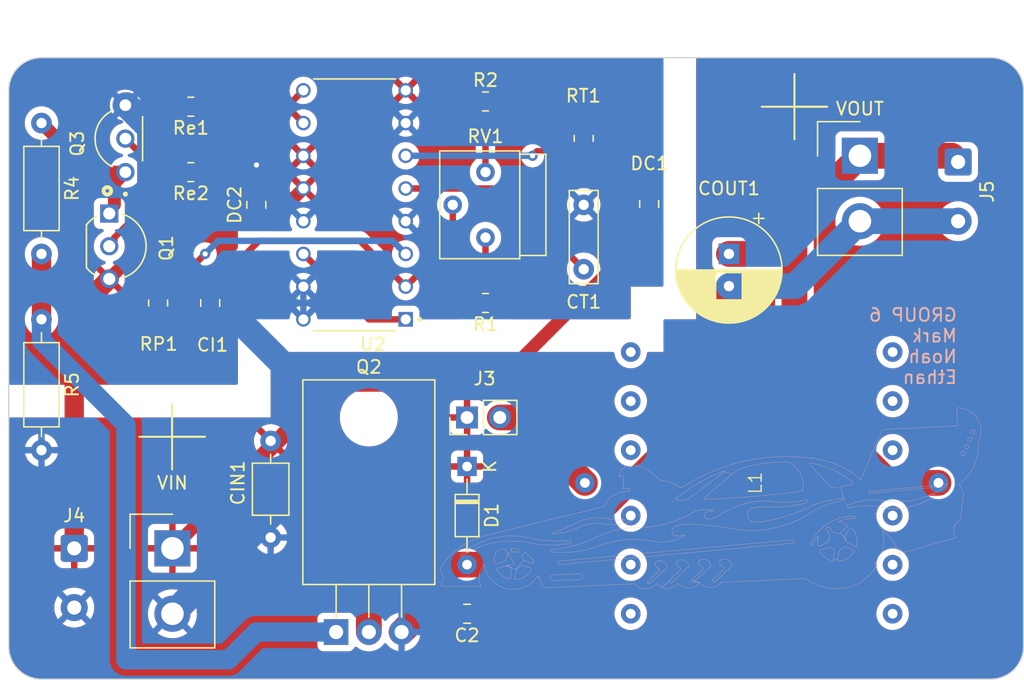
<source format=kicad_pcb>
(kicad_pcb (version 20240108) (generator "pcbnew") (generator_version "8.0")
  (layers (0 "F.Cu" signal) (31 "B.Cu" signal) (34 "B.Paste" user) (35 "F.Paste" user) (36 "B.SilkS" user "B.Silkscreen") (37 "F.SilkS" user "F.Silkscreen") (38 "B.Mask" user) (39 "F.Mask" user) (44 "Edge.Cuts" user))
  (net 0 "")
  (net 1 "Vfb")
  (net 2 "GND")
  (net 3 "Vin-")
  (net 4 "PWM")
  (net 5 "Net-(J2-Pin_1)")
  (net 6 "Net-(U2-CT)")
  (net 7 "Vsolar")
  (net 8 "Net-(D1-A)")
  (net 9 "Net-(U2-RT)")
  (net 10 "Vref")
  (net 11 "Net-(Q1-Pad1)")
  (net 12 "Net-(Q1-Pad2)")
  (net 13 "switching")
  (net 14 "Net-(J3-Pin_2)")
  (net 15 "Net-(C(Icontrol)1-Pad2)")
  (net 16 "Net-(R1-Pad2)")
  (net 17 "Net-(R2-Pad1)")
  (footprint "Snapeda:TL494CN_DIP794W45P254L1969H508Q16" (layer "F.Cu") (at 115.73 46.99 180)
    (property "Reference" "U2")
    (property "Value" "TL494CN")
  )
  (footprint "Resistor_SMD:R_0805_2012Metric_Pad1.20x1.40mm_HandSolder" (layer "F.Cu") (at 125.89 54.61 180)
    (property "Reference" "R1")
    (property "Value" "R")
  )
  (footprint "Connector_Samtec_HPM_THT:Samtec_HPM-02-01-x-S_Straight_1x02_Pitch5.08mm" (layer "F.Cu") (at 154.94 43.18)
    (property "Reference" "VOUT")
    (property "Value" "Motor")
  )
  (footprint "Resistor_SMD:R_0805_2012Metric_Pad1.20x1.40mm_HandSolder" (layer "F.Cu") (at 103.03 39.37 180)
    (property "Reference" "Re1")
    (property "Value" "2.2k")
  )
  (footprint "Capacitor_SMD:C_0805_2012Metric_Pad1.18x1.45mm_HandSolder" (layer "F.Cu") (at 124.46 78.74 180)
    (property "Reference" "C2")
    (property "Value" "C")
  )
  (footprint "Resistor_SMD:R_0805_2012Metric_Pad1.20x1.40mm_HandSolder" (layer "F.Cu") (at 100.49 54.61 90)
    (property "Reference" "RP1")
    (property "Value" "R")
  )
  (footprint "Capacitor_SMD:C_0805_2012Metric_Pad1.18x1.45mm_HandSolder" (layer "F.Cu") (at 138.59 46.91 90)
    (property "Reference" "DC1")
    (property "Value" "100nf")
  )
  (footprint "Snapeda:2N3904TF_TO92254P520H877-3" (layer "F.Cu") (at 97.550932 50.203968 -90)
    (property "Reference" "Q1")
    (property "Value" "2N3904TF")
  )
  (footprint "Snapeda:Inductor holder~rm8" (layer "F.Cu") (at 147.32 68.58 90)
    (property "Reference" "L1")
    (property "Value" "L")
  )
  (footprint "Snapeda:2N3906G_TO92260P482H933-3" (layer "F.Cu") (at 97.95 41.85 90)
    (property "Reference" "Q3")
    (property "Value" "2N3906G")
  )
  (footprint "Resistor_SMD:R_0805_2012Metric_Pad1.20x1.40mm_HandSolder" (layer "F.Cu") (at 103.03 44.45 180)
    (property "Reference" "Re2")
    (property "Value" "2.2k")
  )
  (footprint "Resistor_SMD:R_0805_2012Metric_Pad1.20x1.40mm_HandSolder" (layer "F.Cu") (at 133.51 41.83 90)
    (property "Reference" "RT1")
    (property "Value" "2.2k")
  )
  (footprint "Diode_THT:D_DO-34_SOD68_P7.62mm_Horizontal" (layer "F.Cu") (at 124.46 67.305 -90)
    (property "Reference" "D1")
    (property "Value" "D_Shockley")
  )
  (footprint "Capacitor_THT:C_Rect_L7.0mm_W2.0mm_P5.00mm" (layer "F.Cu") (at 133.51 51.99 90)
    (property "Reference" "CT1")
    (property "Value" "10nf")
  )
  (footprint "Connector_Wire:SolderWire-0.5sqmm_1x02_P4.6mm_D0.9mm_OD2.1mm" (layer "F.Cu") (at 162.56 43.66 -90)
    (property "Reference" "J5")
    (property "Value" "Motor")
  )
  (footprint "Capacitor_THT:C_Axial_L3.8mm_D2.6mm_P7.50mm_Horizontal" (layer "F.Cu") (at 109.22 65.32 -90)
    (property "Reference" "CIN1")
    (property "Value" "C")
  )
  (footprint "Package_TO_SOT_THT:TO-220-3_Horizontal_TabDown" (layer "F.Cu") (at 114.3 80.16)
    (property "Reference" "Q2")
    (property "Value" "IPP060N06N")
  )
  (footprint "Capacitor_SMD:C_0805_2012Metric_Pad1.18x1.45mm_HandSolder" (layer "F.Cu") (at 108.11 46.99 90)
    (property "Reference" "DC2")
    (property "Value" "100nf")
  )
  (footprint "Connector_Wire:SolderWire-0.5sqmm_1x02_P4.6mm_D0.9mm_OD2.1mm" (layer "F.Cu") (at 93.98 73.66 -90)
    (property "Reference" "J4")
    (property "Value" "Solar")
  )
  (footprint "Resistor_THT:R_Axial_DIN0207_L6.3mm_D2.5mm_P10.16mm_Horizontal" (layer "F.Cu") (at 91.44 40.64 -90)
    (property "Reference" "R4")
    (property "Value" "10")
  )
  (footprint "Capacitor_SMD:C_0805_2012Metric_Pad1.18x1.45mm_HandSolder" (layer "F.Cu") (at 104.5325 54.61 -90)
    (property "Reference" "CI1")
    (property "Value" "20e-6")
  )
  (footprint "Resistor_SMD:R_0805_2012Metric_Pad1.20x1.40mm_HandSolder" (layer "F.Cu") (at 125.89 38.96)
    (property "Reference" "R2")
    (property "Value" "R")
  )
  (footprint "Capacitor_THT:CP_Radial_D8.0mm_P2.50mm" (layer "F.Cu") (at 144.78 50.8 -90)
    (property "Reference" "COUT1")
    (property "Value" "C_Polarized")
  )
  (footprint "Connector_PinHeader_2.54mm:PinHeader_1x02_P2.54mm_Vertical" (layer "F.Cu") (at 124.46 63.5 90)
    (property "Reference" "J3")
    (property "Value" "Solar")
  )
  (footprint "Potentiometer_THT:Potentiometer_Bourns_3339S_Horizontal" (layer "F.Cu") (at 125.89 44.45)
    (property "Reference" "RV1")
    (property "Value" "R_Potentiometer")
  )
  (footprint "Connector_Samtec_HPM_THT:Samtec_HPM-02-01-x-S_Straight_1x02_Pitch5.08mm" (layer "F.Cu") (at 101.6 73.66)
    (property "Reference" "VIN")
    (property "Value" "Solar")
  )
  (footprint "Resistor_THT:R_Axial_DIN0207_L6.3mm_D2.5mm_P10.16mm_Horizontal" (layer "F.Cu") (at 91.44 55.88 -90)
    (property "Reference" "R5")
    (property "Value" "100k")
  )
  (gr_arc (start 140.654901 71.949192) (mid 141.248479 71.807394) (end 141.858376 71.78583) (stroke (width 0.02)) (layer "B.SilkS"))
  (gr_line (start 157.958691 74.075582) (end 157.959058 74.09313) (stroke (width 0.02)) (layer "B.SilkS"))
  (gr_arc (start 142.882943 69.846964) (mid 142.829576 69.807288) (end 142.853629 69.745256) (stroke (width 0.02)) (layer "B.SilkS"))
  (gr_arc (start 137.28503 71.364964) (mid 137.389408 71.442093) (end 137.330968 71.557956) (stroke (width 0.02)) (layer "B.SilkS"))
  (gr_arc (start 140.589616 72.676956) (mid 140.35827 72.289369) (end 140.654901 71.949192) (stroke (width 0.02)) (layer "B.SilkS"))
  (gr_line (start 143.153476 75.236382) (end 142.08715 76.257129) (stroke (width 0.02)) (layer "B.SilkS"))
  (gr_line (start 142.853629 69.745256) (end 145.037552 67.877288) (stroke (width 0.02)) (layer "B.SilkS"))
  (gr_arc (start 144.068036 74.821536) (mid 144.08221 74.654978) (end 144.205102 74.541659) (stroke (width 0.02)) (layer "B.SilkS"))
  (gr_arc (start 130.916833 75.969179) (mid 130.953029 75.794519) (end 131.112871 75.715357) (stroke (width 0.02)) (layer "B.SilkS"))
  (gr_arc (start 156.708245 72.318432) (mid 156.535851 74.393791) (end 155.301003 76.070703) (stroke (width 0.02)) (layer "B.SilkS"))
  (gr_arc (start 128.870736 74.57907) (mid 128.824494 74.54462) (end 128.796063 74.494442) (stroke (width 0.02)) (layer "B.SilkS"))
  (gr_arc (start 154.051537 70.536952) (mid 153.932538 70.444148) (end 153.986589 70.303244) (stroke (width 0.02)) (layer "B.SilkS"))
  (gr_arc (start 139.03874 74.939184) (mid 139.053836 74.77082) (end 139.179554 74.657819) (stroke (width 0.02)) (layer "B.SilkS"))
  (gr_arc (start 150.208678 67.681118) (mid 150.507954 68.41195) (end 150.475765 69.201027) (stroke (width 0.02)) (layer "B.SilkS"))
  (gr_arc (start 149.203081 66.962151) (mid 149.406995 66.976129) (end 149.607746 67.014541) (stroke (width 0.02)) (layer "B.SilkS"))
  (gr_arc (start 139.928454 74.907634) (mid 139.975397 75.071167) (end 139.903049 75.225134) (stroke (width 0.02)) (layer "B.SilkS"))
  (gr_arc (start 143.71453 76.257168) (mid 143.557225 76.26414) (end 143.522208 76.110624) (stroke (width 0.02)) (layer "B.SilkS"))
  (gr_arc (start 150.770621 69.897223) (mid 150.889729 69.971296) (end 150.840413 70.102559) (stroke (width 0.02)) (layer "B.SilkS"))
  (gr_line (start 153.843454 72.998505) (end 153.447019 72.4529) (stroke (width 0.02)) (layer "B.SilkS"))
  (gr_arc (start 154.679783 73.463906) (mid 154.620118 73.523849) (end 154.536549 73.510845) (stroke (width 0.02)) (layer "B.SilkS"))
  (gr_arc (start 144.250524 74.523745) (mid 144.645345 74.547413) (end 144.95775 74.789987) (stroke (width 0.02)) (layer "B.SilkS"))
  (gr_line (start 144.780836 75.236432) (end 143.71453 76.257168) (stroke (width 0.02)) (layer "B.SilkS"))
  (gr_arc (start 131.117277 72.54466) (mid 131.076682 72.496067) (end 131.102898 72.438414) (stroke (width 0.02)) (layer "B.SilkS"))
  (gr_arc (start 144.95775 74.789987) (mid 145.004678 74.953507) (end 144.932335 75.107487) (stroke (width 0.02)) (layer "B.SilkS"))
  (gr_arc (start 142.73398 75.127215) (mid 142.797825 75.181018) (end 142.780546 75.262733) (stroke (width 0.02)) (layer "B.SilkS"))
  (gr_arc (start 147.742753 71.526018) (mid 147.145542 71.596825) (end 146.546131 71.548015) (stroke (width 0.02)) (layer "B.SilkS"))
  (gr_circle (center 163.476397 65.207087) (end 163.64693 65.207087) (stroke (width 0.02)) (fill none) (layer "B.SilkS"))
  (gr_arc (start 144.361401 75.127215) (mid 144.18238 75.005412) (end 144.068036 74.821536) (stroke (width 0.02)) (layer "B.SilkS"))
  (gr_arc (start 139.332105 75.244852) (mid 139.396209 75.299312) (end 139.377638 75.381351) (stroke (width 0.02)) (layer "B.SilkS"))
  (gr_arc (start 141.363617 72.670433) (mid 140.201494 73.108237) (end 138.959822 73.129507) (stroke (width 0.02)) (layer "B.SilkS"))
  (gr_arc (start 154.051537 70.536952) (mid 155.503127 70.367773) (end 156.957142 70.514656) (stroke (width 0.02)) (layer "B.SilkS"))
  (gr_arc (start 127.497274 74.522649) (mid 127.536344 74.349242) (end 127.62126 74.193084) (stroke (width 0.02)) (layer "B.SilkS"))
  (gr_line (start 144.317528 67.679683) (end 145.037552 67.877288) (stroke (width 0.02)) (layer "B.SilkS"))
  (gr_arc (start 152.29668 72.151797) (mid 152.293989 72.127255) (end 152.307969 72.106914) (stroke (width 0.02)) (layer "B.SilkS"))
  (gr_arc (start 143.71645 71.269194) (mid 144.439648 70.848812) (end 145.192705 70.484611) (stroke (width 0.02)) (layer "B.SilkS"))
  (gr_arc (start 151.099137 67.029454) (mid 152.81424 67.540749) (end 154.331044 68.490652) (stroke (width 0.02)) (layer "B.SilkS"))
  (gr_arc (start 134.474522 72.799526) (mid 136.171914 72.209864) (end 137.961993 72.053459) (stroke (width 0.02)) (layer "B.SilkS"))
  (gr_line (start 141.428273 75.285167) (end 140.361849 76.306008) (stroke (width 0.02)) (layer "B.SilkS"))
  (gr_arc (start 140.361849 76.306008) (mid 140.204536 76.31317) (end 140.169282 76.159691) (stroke (width 0.02)) (layer "B.SilkS"))
  (gr_arc (start 133.152442 72.037267) (mid 134.080407 71.752461) (end 135.051049 71.761857) (stroke (width 0.02)) (layer "B.SilkS"))
  (gr_arc (start 128.653494 75.014971) (mid 128.733186 74.998152) (end 128.813435 75.012071) (stroke (width 0.02)) (layer "B.SilkS"))
  (gr_line (start 128.870736 74.57907) (end 129.532091 74.851805) (stroke (width 0.02)) (layer "B.SilkS"))
  (gr_arc (start 127.705354 75.057276) (mid 127.821344 75.146548) (end 127.881268 75.280069) (stroke (width 0.02)) (layer "B.SilkS"))
  (gr_line (start 161.296762 68.875678) (end 155.647863 69.388748) (stroke (width 0.02)) (layer "B.SilkS"))
  (gr_line (start 130.046722 75.883726) (end 130.281348 76.551831) (stroke (width 0.02)) (layer "B.SilkS"))
  (gr_arc (start 154.331044 68.490652) (mid 154.356617 68.608207) (end 154.271409 68.693134) (stroke (width 0.02)) (layer "B.SilkS"))
  (gr_line (start 139.751559 75.354061) (end 138.685281 76.374761) (stroke (width 0.02)) (layer "B.SilkS"))
  (gr_arc (start 151.127248 73.282588) (mid 152.535187 71.686109) (end 154.602918 71.180538) (stroke (width 0.02)) (layer "B.SilkS"))
  (gr_arc (start 127.61685 74.047611) (mid 127.640048 74.119704) (end 127.62126 74.193084) (stroke (width 0.02)) (layer "B.SilkS"))
  (gr_line (start 131.112871 75.715357) (end 133.223419 75.647027) (stroke (width 0.02)) (layer "B.SilkS"))
  (gr_line (start 155.647863 69.388748) (end 155.634414 69.240742) (stroke (width 0.02)) (layer "B.SilkS"))
  (gr_arc (start 145.192705 70.484611) (mid 146.566611 70.061535) (end 148.003543 70.018708) (stroke (width 0.02)) (layer "B.SilkS"))
  (gr_arc (start 141.008533 75.176222) (mid 140.829515 75.054426) (end 140.71517 74.870563) (stroke (width 0.02)) (layer "B.SilkS"))
  (gr_arc (start 153.771562 72.751339) (mid 153.780537 72.670366) (end 153.818889 72.598489) (stroke (width 0.02)) (layer "B.SilkS"))
  (gr_arc (start 146.546131 71.548015) (mid 146.226331 70.995116) (end 146.665562 70.53138) (stroke (width 0.02)) (layer "B.SilkS"))
  (gr_arc (start 144.780836 75.236432) (mid 144.854145 75.169092) (end 144.932335 75.107487) (stroke (width 0.02)) (layer "B.SilkS"))
  (gr_line (start 131.658188 74.646673) (end 149.719675 72.996909) (stroke (width 0.02)) (layer "B.SilkS"))
  (gr_arc (start 162.780876 71.081262) (mid 162.65464 71.492336) (end 162.319044 71.761199) (stroke (width 0.02)) (layer "B.SilkS"))
  (gr_arc (start 134.789117 73.441872) (mid 136.851934 72.984822) (end 138.959822 73.129507) (stroke (width 0.02)) (layer "B.SilkS"))
  (gr_arc (start 153.058641 72.473123) (mid 152.95066 72.466502) (end 152.859544 72.408179) (stroke (width 0.02)) (layer "B.SilkS"))
  (gr_arc (start 137.28503 71.364964) (mid 136.374173 71.456048) (end 135.462981 71.368393) (stroke (width 0.02)) (layer "B.SilkS"))
  (gr_line (start 138.4928 76.228371) (end 139.377638 75.381351) (stroke (width 0.02)) (layer "B.SilkS"))
  (gr_arc (start 154.449176 73.963778) (mid 153.960527 74.442234) (end 153.312356 74.660325) (stroke (width 0.02)) (layer "B.SilkS"))
  (gr_arc (start 153.320484 71.626323) (mid 153.634804 71.695864) (end 153.927232 71.830468) (stroke (width 0.02)) (layer "B.SilkS"))
  (gr_arc (start 126.768968 73.890273) (mid 127.024754 73.776327) (end 127.294369 73.700713) (stroke (width 0.02)) (layer "B.SilkS"))
  (gr_line (start 152.53284 71.987996) (end 152.859544 72.408179) (stroke (width 0.02)) (layer "B.SilkS"))
  (gr_line (start 128.135749 74.851402) (end 127.423683 73.748389) (stroke (width 0.02)) (layer "B.SilkS"))
  (gr_arc (start 142.440625 74.821536) (mid 142.454732 74.655112) (end 142.57741 74.54177) (stroke (width 0.02)) (layer "B.SilkS"))
  (gr_arc (start 126.726216 74.870543) (mid 126.648896 74.871624) (end 126.594917 74.816245) (stroke (width 0.02)) (layer "B.SilkS"))
  (gr_arc (start 129.363387 75.166912) (mid 129.435618 75.277491) (end 129.397758 75.404019) (stroke (width 0.02)) (layer "B.SilkS"))
  (gr_circle (center 163.230442 65.774666) (end 163.400975 65.774666) (stroke (width 0.02)) (fill none) (layer "B.SilkS"))
  (gr_line (start 162.457425 62.758193) (end 162.525495 64.146896) (stroke (width 0.02)) (layer "B.SilkS"))
  (gr_line (start 153.843454 72.998505) (end 153.771562 72.751339) (stroke (width 0.02)) (layer "B.SilkS"))
  (gr_arc (start 127.851145 75.955016) (mid 127.825596 76.027234) (end 127.757579 76.062468) (stroke (width 0.02)) (layer "B.SilkS"))
  (gr_line (start 154.536549 73.510845) (end 153.93862 73.201767) (stroke (width 0.02)) (layer "B.SilkS"))
  (gr_line (start 127.954334 73.903499) (end 127.61685 74.047611) (stroke (width 0.02)) (layer "B.SilkS"))
  (gr_line (start 126.726216 74.870543) (end 127.444772 74.620029) (stroke (width 0.02)) (layer "B.SilkS"))
  (gr_arc (start 127.497274 74.522649) (mid 127.487852 74.580412) (end 127.444772 74.620029) (stroke (width 0.02)) (layer "B.SilkS"))
  (gr_arc (start 154.414793 73.72666) (mid 154.487014 73.837253) (end 154.449176 73.963778) (stroke (width 0.02)) (layer "B.SilkS"))
  (gr_line (start 143.522208 76.110624) (end 144.407072 75.263579) (stroke (width 0.02)) (layer "B.SilkS"))
  (gr_arc (start 135.127594 70.4079) (mid 135.690047 69.633846) (end 136.576362 69.273395) (stroke (width 0.02)) (layer "B.SilkS"))
  (gr_arc (start 150.770621 69.897223) (mid 149.393051 70.093895) (end 148.003543 70.018708) (stroke (width 0.02)) (layer "B.SilkS"))
  (gr_arc (start 153.704906 73.574727) (mid 153.784539 73.557893) (end 153.864737 73.571791) (stroke (width 0.02)) (layer "B.SilkS"))
  (gr_line (start 144.205102 74.541659) (end 144.250524 74.523745) (stroke (width 0.02)) (layer "B.SilkS"))
  (gr_arc (start 153.656339 69.763913) (mid 153.763192 69.821755) (end 153.715955 69.933712) (stroke (width 0.02)) (layer "B.SilkS"))
  (gr_arc (start 154.373987 72.166212) (mid 154.675478 72.780045) (end 154.679783 73.463906) (stroke (width 0.02)) (layer "B.SilkS"))
  (gr_arc (start 140.897653 74.572763) (mid 141.292485 74.596398) (end 141.604882 74.839006) (stroke (width 0.02)) (layer "B.SilkS"))
  (gr_arc (start 140.71517 74.870563) (mid 140.729255 74.704147) (end 140.851917 74.590803) (stroke (width 0.02)) (layer "B.SilkS"))
  (gr_line (start 161.283313 68.727662) (end 161.296762 68.875678) (stroke (width 0.02)) (layer "B.SilkS"))
  (gr_line (start 137.101843 69.220384) (end 136.576362 69.273395) (stroke (width 0.02)) (layer "B.SilkS"))
  (gr_arc (start 130.447366 76.71559) (mid 130.345828 76.652496) (end 130.281348 76.551831) (stroke (width 0.02)) (layer "B.SilkS"))
  (gr_arc (start 141.701827 69.766598) (mid 141.380745 69.89671) (end 141.036526 69.935922) (stroke (width 0.02)) (layer "B.SilkS"))
  (gr_arc (start 124.069364 74.260465) (mid 123.994048 74.24447) (end 123.986085 74.167892) (stroke (width 0.02)) (layer "B.SilkS"))
  (gr_arc (start 143.153476 75.236382) (mid 143.226761 75.169068) (end 143.304924 75.107487) (stroke (width 0.02)) (layer "B.SilkS"))
  (gr_arc (start 128.260948 76.100566) (mid 128.18545 76.062947) (end 128.171446 75.97981) (stroke (width 0.02)) (layer "B.SilkS"))
  (gr_arc (start 139.751559 75.354061) (mid 139.824862 75.286728) (end 139.903049 75.225134) (stroke (width 0.02)) (layer "B.SilkS"))
  (gr_arc (start 128.717084 74.259757) (mid 128.767166 74.373535) (end 128.796063 74.494442) (stroke (width 0.02)) (layer "B.SilkS"))
  (gr_line (start 128.135749 74.851402) (end 126.839428 75.197834) (stroke (width 0.02)) (layer "B.SilkS"))
  (gr_line (start 153.312091 73.93556) (end 153.319392 73.936729) (stroke (width 0.02)) (layer "B.SilkS"))
  (gr_line (start 139.179554 74.657819) (end 139.221234 74.64139) (stroke (width 0.02)) (layer "B.SilkS"))
  (gr_arc (start 122.492058 76.600069) (mid 122.412379 76.525406) (end 122.427137 76.417212) (stroke (width 0.02)) (layer "B.SilkS"))
  (gr_line (start 137.084578 69.018924) (end 137.101843 69.220384) (stroke (width 0.02)) (layer "B.SilkS"))
  (gr_arc (start 131.034364 73.939874) (mid 130.952013 73.852022) (end 131.021758 73.753809) (stroke (width 0.02)) (layer "B.SilkS"))
  (gr_arc (start 152.307969 72.106914) (mid 152.40307 72.031989) (end 152.50936 71.974018) (stroke (width 0.02)) (layer "B.SilkS"))
  (gr_line (start 135.127594 70.4079) (end 126.331039 72.551987) (stroke (width 0.02)) (layer "B.SilkS"))
  (gr_arc (start 162.457425 62.758193) (mid 164.063643 63.595659) (end 164.119787 65.406218) (stroke (width 0.02)) (layer "B.SilkS"))
  (gr_arc (start 132.472319 73.062901) (mid 130.888292 73.078361) (end 129.319798 72.856539) (stroke (width 0.02)) (layer "B.SilkS"))
  (gr_line (start 133.404608 75.816881) (end 133.40751 75.906724) (stroke (width 0.02)) (layer "B.SilkS"))
  (gr_arc (start 152.517684 73.044958) (mid 152.55112 72.925502) (end 152.597224 72.810341) (stroke (width 0.02)) (layer "B.SilkS"))
  (gr_arc (start 140.843263 76.374319) (mid 140.274756 76.73594) (end 139.601792 76.702927) (stroke (width 0.02)) (layer "B.SilkS"))
  (gr_arc (start 143.330339 74.789987) (mid 143.37725 74.953508) (end 143.304924 75.107487) (stroke (width 0.02)) (layer "B.SilkS"))
  (gr_arc (start 152.767021 73.627286) (mid 152.883006 73.716536) (end 152.942939 73.850035) (stroke (width 0.02)) (layer "B.SilkS"))
  (gr_line (start 152.5225 71.978646) (end 152.53284 71.987996) (stroke (width 0.02)) (layer "B.SilkS"))
  (gr_line (start 141.894857 76.110559) (end 142.51969 76.340222) (stroke (width 0.02)) (layer "B.SilkS"))
  (gr_line (start 127.52143 75.015574) (end 128.277974 75.314606) (stroke (width 0.02)) (layer "B.SilkS"))
  (gr_arc (start 146.626533 67.215653) (mid 147.907293 67.012531) (end 149.203081 66.962151) (stroke (width 0.02)) (layer "B.SilkS"))
  (gr_arc (start 160.57448 69.428687) (mid 160.720611 69.497618) (end 160.662809 69.648519) (stroke (width 0.02)) (layer "B.SilkS"))
  (gr_arc (start 153.312356 74.660325) (mid 153.236697 74.622334) (end 153.222975 74.538792) (stroke (width 0.02)) (layer "B.SilkS"))
  (gr_arc (start 157.642858 70.593848) (mid 157.297514 70.575777) (end 156.957142 70.514656) (stroke (width 0.02)) (layer "B.SilkS"))
  (gr_arc (start 138.685281 76.374761) (mid 138.527996 76.381831) (end 138.4928 76.228371) (stroke (width 0.02)) (layer "B.SilkS"))
  (gr_line (start 143.539125 70.757195) (end 143.542769 70.736866) (stroke (width 0.02)) (layer "B.SilkS"))
  (gr_arc (start 141.779115 70.995074) (mid 139.931675 71.744703) (end 137.961993 72.053459) (stroke (width 0.02)) (layer "B.SilkS"))
  (gr_line (start 153.864737 73.571791) (end 154.414793 73.72666) (stroke (width 0.02)) (layer "B.SilkS"))
  (gr_line (start 153.656339 69.763913) (end 153.443303 68.896522) (stroke (width 0.02)) (layer "B.SilkS"))
  (gr_arc (start 140.620873 69.813779) (mid 142.394663 68.617618) (end 144.317528 67.679683) (stroke (width 0.02)) (layer "B.SilkS"))
  (gr_arc (start 128.064556 73.930756) (mid 128.202769 73.92783) (end 128.338502 73.954068) (stroke (width 0.02)) (layer "B.SilkS"))
  (gr_arc (start 131.547124 74.804183) (mid 131.566271 74.699772) (end 131.658188 74.646673) (stroke (width 0.02)) (layer "B.SilkS"))
  (gr_arc (start 156.708245 72.318432) (mid 156.732702 72.284543) (end 156.77446 72.283898) (stroke (width 0.02)) (layer "B.SilkS"))
  (gr_arc (start 132.490719 73.255255) (mid 131.001944 73.411561) (end 129.511299 73.274237) (stroke (width 0.02)) (layer "B.SilkS"))
  (gr_arc (start 128.717084 74.259757) (mid 128.704252 74.208819) (end 128.728115 74.162022) (stroke (width 0.02)) (layer "B.SilkS"))
  (gr_arc (start 141.147885 68.9277) (mid 142.718153 68.043035) (end 144.377863 67.340372) (stroke (width 0.02)) (layer "B.SilkS"))
  (gr_arc (start 133.076974 71.595027) (mid 132.115783 72.077218) (end 131.102898 72.438414) (stroke (width 0.02)) (layer "B.SilkS"))
  (gr_arc (start 122.341969 75.374176) (mid 122.665979 74.812031) (end 123.057624 74.294727) (stroke (width 0.02)) (layer "B.SilkS"))
  (gr_arc (start 133.152442 72.037267) (mid 132.159822 72.391093) (end 131.117277 72.54466) (stroke (width 0.02)) (layer "B.SilkS"))
  (gr_arc (start 127.906669 73.659105) (mid 128.171814 73.683785) (end 128.429922 73.749295) (stroke (width 0.02)) (layer "B.SilkS"))
  (gr_arc (start 143.71645 71.269194) (mid 143.392322 71.366403) (end 143.053941 71.368683) (stroke (width 0.02)) (layer "B.SilkS"))
  (gr_circle (center 163.693976 64.620472) (end 163.864514 64.620472) (stroke (width 0.02)) (fill none) (layer "B.SilkS"))
  (gr_line (start 153.492532 73.720435) (end 153.704906 73.574727) (stroke (width 0.02)) (layer "B.SilkS"))
  (gr_arc (start 141.428273 75.285167) (mid 141.501439 75.217974) (end 141.579476 75.156506) (stroke (width 0.02)) (layer "B.SilkS"))
  (gr_arc (start 150.410952 70.724295) (mid 152.002696 70.079089) (end 153.690753 69.762222) (stroke (width 0.02)) (layer "B.SilkS"))
  (gr_arc (start 162.394661 72.817946) (mid 162.21442 72.299771) (end 162.319044 71.761199) (stroke (width 0.02)) (layer "B.SilkS"))
  (gr_arc (start 139.332105 75.244852) (mid 139.153078 75.123058) (end 139.03874 74.939184) (stroke (width 0.02)) (layer "B.SilkS"))
  (gr_arc (start 122.517963 75.635635) (mid 122.613136 76.042769) (end 122.427137 76.417212) (stroke (width 0.02)) (layer "B.SilkS"))
  (gr_arc (start 139.513731 68.380186) (mid 140.273597 68.552215) (end 140.95397 68.931797) (stroke (width 0.02)) (layer "B.SilkS"))
  (gr_line (start 127.871533 73.726073) (end 127.954334 73.903499) (stroke (width 0.02)) (layer "B.SilkS"))
  (gr_line (start 153.222975 74.538792) (end 153.319392 73.936729) (stroke (width 0.02)) (layer "B.SilkS"))
  (gr_arc (start 128.999944 74.019607) (mid 129.313405 74.263766) (end 129.576722 74.561318) (stroke (width 0.02)) (layer "B.SilkS"))
  (gr_line (start 153.443303 68.896522) (end 154.271409 68.693134) (stroke (width 0.02)) (layer "B.SilkS"))
  (gr_arc (start 153.447019 72.4529) (mid 153.379043 72.482291) (end 153.30564 72.492143) (stroke (width 0.02)) (layer "B.SilkS"))
  (gr_line (start 153.818889 72.598489) (end 154.138032 72.124643) (stroke (width 0.02)) (layer "B.SilkS"))
  (gr_arc (start 152.517684 73.044958) (mid 152.484615 73.147769) (end 152.405822 73.221641) (stroke (width 0.02)) (layer "B.SilkS"))
  (gr_line (start 162.525495 64.146896) (end 156.691133 64.432885) (stroke (width 0.02)) (layer "B.SilkS"))
  (gr_line (start 153.447019 72.4529) (end 153.946773 71.961923) (stroke (width 0.02)) (layer "B.SilkS"))
  (gr_arc (start 144.377863 67.340372) (mid 147.141428 66.682696) (end 149.979467 66.558698) (stroke (width 0.02)) (layer "B.SilkS"))
  (gr_line (start 162.780876 71.081262) (end 162.950661 69.591381) (stroke (width 0.02)) (layer "B.SilkS"))
  (gr_arc (start 139.221234 74.64139) (mid 139.616062 74.665017) (end 139.928454 74.907634) (stroke (width 0.02)) (layer "B.SilkS"))
  (gr_arc (start 133.076974 71.595027) (mid 134.252587 71.2986) (end 135.462981 71.368393) (stroke (width 0.02)) (layer "B.SilkS"))
  (gr_arc (start 151.680005 73.368552) (mid 151.66099 73.093758) (end 151.69258 72.820125) (stroke (width 0.02)) (layer "B.SilkS"))
  (gr_line (start 155.634414 69.240742) (end 161.781874 68.682379) (stroke (width 0.02)) (layer "B.SilkS"))
  (gr_arc (start 149.719675 72.996909) (mid 149.855692 73.132323) (end 149.719829 73.267891) (stroke (width 0.02)) (layer "B.SilkS"))
  (gr_line (start 144.369519 67.7535) (end 141.701827 69.766598) (stroke (width 0.02)) (layer "B.SilkS"))
  (gr_line (start 140.851917 74.590803) (end 140.897653 74.572763) (stroke (width 0.02)) (layer "B.SilkS"))
  (gr_arc (start 150.840413 70.102559) (mid 149.313597 70.403755) (end 147.757965 70.447326) (stroke (width 0.02)) (layer "B.SilkS"))
  (gr_arc (start 153.282238 68.93608) (mid 152.91721 68.957914) (end 152.595472 68.784112) (stroke (width 0.02)) (layer "B.SilkS"))
  (gr_arc (start 141.858376 71.78583) (mid 143.708273 71.935018) (end 145.541686 72.22307) (stroke (width 0.02)) (layer "B.SilkS"))
  (gr_arc (start 149.979467 66.558698) (mid 151.017377 66.631596) (end 152.043083 66.806231) (stroke (width 0.02)) (layer "B.SilkS"))
  (gr_arc (start 124.069364 74.260465) (mid 126.688352 73.204635) (end 129.511299 73.274237) (stroke (width 0.02)) (layer "B.SilkS"))
  (gr_arc (start 129.397758 75.404019) (mid 128.909106 75.882455) (end 128.260948 76.100566) (stroke (width 0.02)) (layer "B.SilkS"))
  (gr_arc (start 152.583095 73.585583) (mid 152.680978 73.580322) (end 152.767021 73.627286) (stroke (width 0.02)) (layer "B.SilkS"))
  (gr_line (start 139.513731 68.380186) (end 138.567384 67.642561) (stroke (width 0.02)) (layer "B.SilkS"))
  (gr_line (start 136.58055 68.087006) (end 136.57955 69.06057) (stroke (width 0.02)) (layer "B.SilkS"))
  (gr_arc (start 145.037552 67.877288) (mid 145.795712 67.459222) (end 146.626533 67.215653) (stroke (width 0.02)) (layer "B.SilkS"))
  (gr_arc (start 144.361401 75.127215) (mid 144.425427 75.181602) (end 144.407072 75.263579) (stroke (width 0.02)) (layer "B.SilkS"))
  (gr_line (start 142.08715 76.257129) (end 142.51969 76.340222) (stroke (width 0.02)) (layer "B.SilkS"))
  (gr_arc (start 151.273722 73.339571) (mid 151.177598 73.369795) (end 151.127248 73.282588) (stroke (width 0.02)) (layer "B.SilkS"))
  (gr_arc (start 152.819236 74.632476) (mid 152.260114 74.381107) (end 151.849199 73.926184) (stroke (width 0.02)) (layer "B.SilkS"))
  (gr_arc (start 133.40751 75.906724) (mid 133.358745 76.034019) (end 133.233657 76.088195) (stroke (width 0.02)) (layer "B.SilkS"))
  (gr_arc (start 127.52143 75.015574) (mid 127.619306 75.010334) (end 127.705354 75.057276) (stroke (width 0.02)) (layer "B.SilkS"))
  (gr_line (start 152.594171 72.663639) (end 152.29668 72.151797) (stroke (width 0.02)) (layer "B.SilkS"))
  (gr_line (start 151.893635 73.452517) (end 151.890803 73.446017) (stroke (width 0.02)) (layer "B.SilkS"))
  (gr_arc (start 153.927232 71.830468) (mid 153.964562 71.892099) (end 153.946773 71.961923) (stroke (width 0.02)) (layer "B.SilkS"))
  (gr_arc (start 129.576722 74.561318) (mid 129.623623 74.639875) (end 129.633992 74.730783) (stroke (width 0.02)) (layer "B.SilkS"))
  (gr_line (start 122.492058 76.600069) (end 125.572226 76.611677) (stroke (width 0.02)) (layer "B.SilkS"))
  (gr_arc (start 153.866071 76.733666) (mid 152.205939 76.680948) (end 150.691211 75.999466) (stroke (width 0.02)) (layer "B.SilkS"))
  (gr_arc (start 141.344608 72.624885) (mid 140.969184 72.680963) (end 140.589616 72.676956) (stroke (width 0.02)) (layer "B.SilkS"))
  (gr_arc (start 127.871533 73.726073) (mid 127.876675 73.68607) (end 127.906669 73.659105) (stroke (width 0.02)) (layer "B.SilkS"))
  (gr_arc (start 160.662809 69.648519) (mid 159.215702 70.322027) (end 157.642858 70.593848) (stroke (width 0.02)) (layer "B.SilkS"))
  (gr_arc (start 151.273722 73.339571) (mid 151.44216 73.046982) (end 151.641054 72.774179) (stroke (width 0.02)) (layer "B.SilkS"))
  (gr_arc (start 134.789117 73.441872) (mid 132.941523 73.915422) (end 131.034364 73.939874) (stroke (width 0.02)) (layer "B.SilkS"))
  (gr_arc (start 150.927471 71.009248) (mid 149.945357 71.550522) (end 148.883401 71.910762) (stroke (width 0.02)) (layer "B.SilkS"))
  (gr_line (start 151.051674 67.149162) (end 152.595472 68.784112) (stroke (width 0.02)) (layer "B.SilkS"))
  (gr_line (start 133.233657 76.088195) (end 131.116978 76.156744) (stroke (width 0.02)) (layer "B.SilkS"))
  (gr_arc (start 143.053941 71.368683) (mid 142.85867 71.094417) (end 143.070279 70.832545) (stroke (width 0.02)) (layer "B.SilkS"))
  (gr_arc (start 152.594171 72.663639) (mid 152.605863 72.736779) (end 152.597224 72.810341) (stroke (width 0.02)) (layer "B.SilkS"))
  (gr_arc (start 127.294369 73.700713) (mid 127.365531 73.706907) (end 127.423683 73.748389) (stroke (width 0.02)) (layer "B.SilkS"))
  (gr_line (start 136.282819 68.0867) (end 136.58055 68.087006) (stroke (width 0.02)) (layer "B.SilkS"))
  (gr_line (start 142.57741 74.54177) (end 142.623121 74.523742) (stroke (width 0.02)) (layer "B.SilkS"))
  (gr_line (start 152.50936 71.974018) (end 152.5225 71.978646) (stroke (width 0.02)) (layer "B.SilkS"))
  (gr_line (start 130.447366 76.71559) (end 137.47013 76.417396) (stroke (width 0.02)) (layer "B.SilkS"))
  (gr_line (start 128.813435 75.012071) (end 129.363387 75.166912) (stroke (width 0.02)) (layer "B.SilkS"))
  (gr_arc (start 162.606877 68.686308) (mid 162.887358 69.097598) (end 162.950661 69.591381) (stroke (width 0.02)) (layer "B.SilkS"))
  (gr_arc (start 129.894232 75.848557) (mid 129.980722 75.82177) (end 130.046722 75.883726) (stroke (width 0.02)) (layer "B.SilkS"))
  (gr_arc (start 126.594917 74.816245) (mid 126.579103 74.433224) (end 126.662064 74.058965) (stroke (width 0.02)) (layer "B.SilkS"))
  (gr_line (start 151.890803 73.446017) (end 152.405822 73.221641) (stroke (width 0.02)) (layer "B.SilkS"))
  (gr_arc (start 142.08715 76.257129) (mid 141.929819 76.264116) (end 141.894857 76.110559) (stroke (width 0.02)) (layer "B.SilkS"))
  (gr_arc (start 153.058641 72.473123) (mid 153.182653 72.475976) (end 153.30564 72.492143) (stroke (width 0.02)) (layer "B.SilkS"))
  (gr_line (start 128.277974 75.314606) (end 128.870736 74.57907) (stroke (width 0.02)) (layer "B.SilkS"))
  (gr_arc (start 153.986589 70.303244) (mid 155.437005 69.933316) (end 156.933037 69.982818) (stroke (width 0.02)) (layer "B.SilkS"))
  (gr_arc (start 153.93862 73.201767) (mid 153.869284 73.110325) (end 153.843454 72.998505) (stroke (width 0.02)) (layer "B.SilkS"))
  (gr_arc (start 126.662064 74.058965) (mid 126.701325 73.965622) (end 126.768968 73.890273) (stroke (width 0.02)) (layer "B.SilkS"))
  (gr_arc (start 155.301003 76.070703) (mid 154.624851 76.491604) (end 153.866071 76.733666) (stroke (width 0.02)) (layer "B.SilkS"))
  (gr_arc (start 124.596483 73.170823) (mid 125.449582 72.821661) (end 126.331039 72.551987) (stroke (width 0.02)) (layer "B.SilkS"))
  (gr_arc (start 131.680898 74.915594) (mid 131.590926 74.887601) (end 131.547124 74.804183) (stroke (width 0.02)) (layer "B.SilkS"))
  (gr_line (start 128.441046 75.160729) (end 128.653494 75.014971) (stroke (width 0.02)) (layer "B.SilkS"))
  (gr_arc (start 154.138032 72.124643) (mid 154.265637 72.090714) (end 154.373987 72.166212) (stroke (width 0.02)) (layer "B.SilkS"))
  (gr_arc (start 164.119787 65.406218) (mid 163.801898 67.248547) (end 162.606877 68.686308) (stroke (width 0.02)) (layer "B.SilkS"))
  (gr_arc (start 141.604882 74.839006) (mid 141.651792 75.002518) (end 141.579476 75.156506) (stroke (width 0.02)) (layer "B.SilkS"))
  (gr_circle (center 162.965575 66.304411) (end 163.136108 66.304411) (stroke (width 0.02)) (fill none) (layer "B.SilkS"))
  (gr_arc (start 144.19611 76.306115) (mid 143.365646 76.704601) (end 142.51969 76.340222) (stroke (width 0.02)) (layer "B.SilkS"))
  (gr_line (start 152.91206 74.541862) (end 152.942939 73.850035) (stroke (width 0.02)) (layer "B.SilkS"))
  (gr_line (start 141.363617 72.670433) (end 141.344608 72.624885) (stroke (width 0.02)) (layer "B.SilkS"))
  (gr_line (start 139.601792 76.702927) (end 141.050034 75.316582) (stroke (width 0.02)) (layer "B.SilkS"))
  (gr_arc (start 142.623121 74.523742) (mid 143.017935 74.547409) (end 143.330339 74.789987) (stroke (width 0.02)) (layer "B.SilkS"))
  (gr_arc (start 151.893635 73.452517) (mid 151.769427 73.454779) (end 151.680005 73.368552) (stroke (width 0.02)) (layer "B.SilkS"))
  (gr_arc (start 123.986085 74.167892) (mid 126.493158 72.862321) (end 129.319798 72.856539) (stroke (width 0.02)) (layer "B.SilkS"))
  (gr_line (start 127.851145 75.955016) (end 127.881268 75.280069) (stroke (width 0.02)) (layer "B.SilkS"))
  (gr_arc (start 127.757579 76.062468) (mid 127.198443 75.811107) (end 126.78753 75.356173) (stroke (width 0.02)) (layer "B.SilkS"))
  (gr_line (start 141.147885 68.9277) (end 140.95397 68.931797) (stroke (width 0.02)) (layer "B.SilkS"))
  (gr_arc (start 152.91206 74.541862) (mid 152.881462 74.603362) (end 152.819236 74.632476) (stroke (width 0.02)) (layer "B.SilkS"))
  (gr_arc (start 142.51969 76.340222) (mid 141.689227 76.738655) (end 140.843263 76.374319) (stroke (width 0.02)) (layer "B.SilkS"))
  (gr_line (start 141.894857 76.110559) (end 142.780546 75.262733) (stroke (width 0.02)) (layer "B.SilkS"))
  (gr_arc (start 161.781874 68.682379) (mid 159.490148 69.827355) (end 156.933037 69.982818) (stroke (width 0.02)) (layer "B.SilkS"))
  (gr_arc (start 131.116978 76.156744) (mid 130.978071 76.104408) (end 130.916833 75.969179) (stroke (width 0.02)) (layer "B.SilkS"))
  (gr_arc (start 123.057624 74.294727) (mid 123.779412 73.667543) (end 124.596483 73.170823) (stroke (width 0.02)) (layer "B.SilkS"))
  (gr_arc (start 144.317528 67.679683) (mid 144.367481 67.699759) (end 144.369519 67.7535) (stroke (width 0.02)) (layer "B.SilkS"))
  (gr_arc (start 134.474522 72.799526) (mid 132.792936 73.438749) (end 131.021758 73.753809) (stroke (width 0.02)) (layer "B.SilkS"))
  (gr_arc (start 136.282819 68.0867) (mid 136.504 67.505838) (end 137.054919 67.218084) (stroke (width 0.02)) (layer "B.SilkS"))
  (gr_arc (start 128.277974 75.314606) (mid 128.343018 75.220191) (end 128.441046 75.160729) (stroke (width 0.02)) (layer "B.SilkS"))
  (gr_arc (start 132.472319 73.062901) (mid 132.558607 73.151683) (end 132.490719 73.255255) (stroke (width 0.02)) (layer "B.SilkS"))
  (gr_arc (start 128.911968 74.023326) (mid 128.955558 74.012081) (end 128.999944 74.019607) (stroke (width 0.02)) (layer "B.SilkS"))
  (gr_arc (start 137.330968 71.557956) (mid 136.202156 71.784543) (end 135.051049 71.761857) (stroke (width 0.02)) (layer "B.SilkS"))
  (gr_line (start 129.621631 74.816806) (end 129.633992 74.730783) (stroke (width 0.02)) (layer "B.SilkS"))
  (gr_arc (start 150.927471 71.009248) (mid 152.264577 70.32335) (end 153.715955 69.933712) (stroke (width 0.02)) (layer "B.SilkS"))
  (gr_line (start 139.601792 76.702927) (end 139.166842 76.408424) (stroke (width 0.02)) (layer "B.SilkS"))
  (gr_line (start 149.719829 73.267891) (end 131.680898 74.915594) (stroke (width 0.02)) (layer "B.SilkS"))
  (gr_arc (start 133.223419 75.647027) (mid 133.349184 75.694426) (end 133.404608 75.816881) (stroke (width 0.02)) (layer "B.SilkS"))
  (gr_arc (start 128.411959 73.93573) (mid 128.37857 73.958297) (end 128.338502 73.954068) (stroke (width 0.02)) (layer "B.SilkS"))
  (gr_arc (start 150.410952 70.724295) (mid 149.097009 71.192239) (end 147.742753 71.526018) (stroke (width 0.02)) (layer "B.SilkS"))
  (gr_arc (start 128.064556 73.930756) (mid 128.005371 73.933604) (end 127.954334 73.903499) (stroke (width 0.02)) (layer "B.SilkS"))
  (gr_arc (start 149.607746 67.014541) (mid 149.688326 67.061244) (end 149.750507 67.130581) (stroke (width 0.02)) (layer "B.SilkS"))
  (gr_arc (start 141.779115 70.995074) (mid 142.632596 70.672326) (end 143.542769 70.736866) (stroke (width 0.02)) (layer "B.SilkS"))
  (gr_line (start 153.222975 74.538792) (end 152.91206 74.541862) (stroke (width 0.02)) (layer "B.SilkS"))
  (gr_arc (start 139.166842 76.408424) (mid 138.32057 76.807061) (end 137.47013 76.417396) (stroke (width 0.02)) (layer "B.SilkS"))
  (gr_line (start 128.911968 74.023326) (end 128.728115 74.162022) (stroke (width 0.02)) (layer "B.SilkS"))
  (gr_arc (start 126.78753 75.356173) (mid 126.77243 75.263549) (end 126.839428 75.197834) (stroke (width 0.02)) (layer "B.SilkS"))
  (gr_line (start 122.341969 75.374176) (end 122.517963 75.635635) (stroke (width 0.02)) (layer "B.SilkS"))
  (gr_line (start 156.691133 64.432885) (end 155.014151 68.331404) (stroke (width 0.02)) (layer "B.SilkS"))
  (gr_arc (start 129.621631 74.816806) (mid 129.583582 74.851456) (end 129.532091 74.851805) (stroke (width 0.02)) (layer "B.SilkS"))
  (gr_arc (start 151.641054 72.774179) (mid 151.68209 72.780002) (end 151.69258 72.820125) (stroke (width 0.02)) (layer "B.SilkS"))
  (gr_line (start 149.750507 67.130581) (end 150.208678 67.681118) (stroke (width 0.02)) (layer "B.SilkS"))
  (gr_arc (start 142.73398 75.127215) (mid 142.554966 75.00541) (end 142.440625 74.821536) (stroke (width 0.02)) (layer "B.SilkS"))
  (gr_arc (start 151.051674 67.149162) (mid 151.030985 67.071708) (end 151.099137 67.029454) (stroke (width 0.02)) (layer "B.SilkS"))
  (gr_arc (start 146.665562 70.53138) (mid 147.20811 70.441868) (end 147.757965 70.447326) (stroke (width 0.02)) (layer "B.SilkS"))
  (gr_arc (start 125.572226 76.611677) (mid 125.402906 75.718234) (end 125.803531 74.901879) (stroke (width 0.02)) (layer "B.SilkS"))
  (gr_arc (start 153.320484 71.626323) (mid 153.297026 71.59013) (end 153.323634 71.556163) (stroke (width 0.02)) (layer "B.SilkS"))
  (gr_arc (start 141.036526 69.935922) (mid 140.822888 69.894626) (end 140.620873 69.813779) (stroke (width 0.02)) (layer "B.SilkS"))
  (gr_arc (start 129.894232 75.848557) (mid 127.519874 76.796903) (end 125.803531 74.901879) (stroke (width 0.02)) (layer "B.SilkS"))
  (gr_line (start 144.19611 76.306115) (end 150.691211 75.999466) (stroke (width 0.02)) (layer "B.SilkS"))
  (gr_arc (start 128.429922 73.749295) (mid 128.463805 73.774324) (end 128.46788 73.816275) (stroke (width 0.02)) (layer "B.SilkS"))
  (gr_arc (start 148.883401 71.910762) (mid 147.229488 72.24823) (end 145.541686 72.22307) (stroke (width 0.02)) (layer "B.SilkS"))
  (gr_arc (start 153.312091 73.93556) (mid 153.372573 73.803052) (end 153.492532 73.720435) (stroke (width 0.02)) (layer "B.SilkS"))
  (gr_line (start 152.583095 73.585583) (end 151.901648 73.767696) (stroke (width 0.02)) (layer "B.SilkS"))
  (gr_arc (start 152.043083 66.806231) (mid 153.621914 67.387071) (end 155.014151 68.331404) (stroke (width 0.02)) (layer "B.SilkS"))
  (gr_line (start 128.171446 75.97981) (end 128.277974 75.314606) (stroke (width 0.02)) (layer "B.SilkS"))
  (gr_arc (start 151.849199 73.926184) (mid 151.834168 73.833288) (end 151.901648 73.767696) (stroke (width 0.02)) (layer "B.SilkS"))
  (gr_arc (start 153.323634 71.556163) (mid 153.943403 71.395336) (end 154.581706 71.344848) (stroke (width 0.02)) (layer "B.SilkS"))
  (gr_arc (start 137.054919 67.218084) (mid 137.847703 67.30009) (end 138.567384 67.642561) (stroke (width 0.02)) (layer "B.SilkS"))
  (gr_line (start 157.959058 74.09313) (end 162.394661 72.817946) (stroke (width 0.02)) (layer "B.SilkS"))
  (gr_line (start 136.57955 69.06057) (end 137.084578 69.018924) (stroke (width 0.02)) (layer "B.SilkS"))
  (gr_arc (start 154.602918 71.180538) (mid 154.64397 71.269366) (end 154.581706 71.344848) (stroke (width 0.02)) (layer "B.SilkS"))
  (gr_line (start 128.411959 73.93573) (end 128.46788 73.816275) (stroke (width 0.02)) (layer "B.SilkS"))
  (gr_arc (start 150.475765 69.201027) (mid 146.688569 69.632312) (end 142.882943 69.846964) (stroke (width 0.02)) (layer "B.SilkS"))
  (gr_arc (start 141.008533 75.176222) (mid 141.073475 75.233318) (end 141.050034 75.316582) (stroke (width 0.02)) (layer "B.SilkS"))
  (gr_arc (start 156.77446 72.283898) (mid 157.479884 73.10485) (end 157.958691 74.075582) (stroke (width 0.02)) (layer "B.SilkS"))
  (gr_arc (start 143.070279 70.832545) (mid 143.301201 70.773084) (end 143.539125 70.757195) (stroke (width 0.02)) (layer "B.SilkS"))
  (gr_line (start 149.86 39.37) (end 149.86 36.83) (stroke (width 0.15)) (layer "F.SilkS"))
  (gr_line (start 149.86 41.91) (end 149.86 39.37) (stroke (width 0.15)) (layer "F.SilkS"))
  (gr_line (start 99.03443 64.998592) (end 101.57443 64.998592) (stroke (width 0.15)) (layer "F.SilkS"))
  (gr_line (start 101.57443 64.998592) (end 101.57443 62.458592) (stroke (width 0.15)) (layer "F.SilkS"))
  (gr_line (start 147.32 39.37) (end 149.86 39.37) (stroke (width 0.15)) (layer "F.SilkS"))
  (gr_line (start 152.4 39.37) (end 149.86 39.37) (stroke (width 0.15)) (layer "F.SilkS"))
  (gr_line (start 149.86 39.37) (end 152.4 39.37) (stroke (width 0.15)) (layer "F.SilkS"))
  (gr_line (start 101.57443 67.538592) (end 101.57443 64.998592) (stroke (width 0.15)) (layer "F.SilkS"))
  (gr_line (start 101.57443 64.998592) (end 104.11443 64.998592) (stroke (width 0.15)) (layer "F.SilkS"))
  (gr_line (start 149.86 36.83) (end 149.86 39.37) (stroke (width 0.15)) (layer "F.SilkS"))
  (gr_line (start 101.57443 62.458592) (end 101.57443 64.998592) (stroke (width 0.15)) (layer "F.SilkS"))
  (gr_line (start 104.11443 64.998592) (end 101.57443 64.998592) (stroke (width 0.15)) (layer "F.SilkS"))
  (gr_line (start 88.9 81.28) (end 88.9 38.1) (stroke (width 0.1)) (layer "Edge.Cuts"))
  (gr_line (start 91.44 35.56) (end 165.1 35.56) (stroke (width 0.1)) (layer "Edge.Cuts"))
  (gr_arc (start 167.64 81.28) (mid 166.896051 83.076051) (end 165.1 83.82) (stroke (width 0.1)) (layer "Edge.Cuts"))
  (gr_arc (start 91.44 83.82) (mid 89.643949 83.076051) (end 88.9 81.28) (stroke (width 0.1)) (layer "Edge.Cuts"))
  (gr_line (start 167.64 38.1) (end 167.64 81.28) (stroke (width 0.1)) (layer "Edge.Cuts"))
  (gr_arc (start 165.1 35.56) (mid 166.896051 36.303949) (end 167.64 38.1) (stroke (width 0.1)) (layer "Edge.Cuts"))
  (gr_arc (start 88.9 38.1) (mid 89.643949 36.303949) (end 91.44 35.56) (stroke (width 0.1)) (layer "Edge.Cuts"))
  (gr_line (start 165.1 83.82) (end 91.44 83.82) (stroke (width 0.1)) (layer "Edge.Cuts"))
  (gr_text "GROUP 6\nMark \nNoah \nEthan " (at 162.56 60.96 0) (layer "B.SilkS") (effects (font (size 1 1)) (justify left bottom mirror)))
  (segment (start 100.49 53.61) (end 101.33 53.61) (width 0.5) (layer "F.Cu") (net 1))
  (segment (start 101.33 53.61) (end 104.14 50.8) (width 0.5) (layer "F.Cu") (net 1))
  (via (at 104.14 50.8) (size 0.8) (drill 0.4) (layers "F.Cu" "B.Cu") (net 1))
  (segment (start 118.685 49.785) (end 119.7 50.8) (width 0.5) (layer "B.Cu") (net 1))
  (segment (start 105.155 49.785) (end 118.685 49.785) (width 0.5) (layer "B.Cu") (net 1))
  (segment (start 104.14 50.8) (end 105.155 49.785) (width 0.5) (layer "B.Cu") (net 1))
  (segment (start 131.64 38.96) (end 133.51 40.83) (width 0.5) (layer "F.Cu") (net 2))
  (segment (start 108.11 43.908268) (end 108.121373 43.896895) (width 1.5) (layer "F.Cu") (net 2))
  (segment (start 101.91 39.25) (end 102.03 39.37) (width 0.5) (layer "F.Cu") (net 2))
  (segment (start 123.4225 78.74) (end 120.8 78.74) (width 2) (layer "F.Cu") (net 2))
  (segment (start 108.11 43.885522) (end 108.11 43.850846) (width 1.5) (layer "F.Cu") (net 2))
  (segment (start 138.59 45.8725) (end 134.6275 45.8725) (width 0.5) (layer "F.Cu") (net 2))
  (segment (start 138.5525 45.8725) (end 138.59 45.8725) (width 0.5) (layer "F.Cu") (net 2))
  (segment (start 108.121373 43.896895) (end 108.11 43.885522) (width 1.5) (layer "F.Cu") (net 2))
  (segment (start 133.51 40.83) (end 138.5525 45.8725) (width 0.5) (layer "F.Cu") (net 2))
  (segment (start 108.11 45.9525) (end 108.11 43.908268) (width 1.5) (layer "F.Cu") (net 2))
  (segment (start 120.8 78.74) (end 119.38 80.16) (width 2) (layer "F.Cu") (net 2))
  (segment (start 97.95 39.25) (end 101.91 39.25) (width 0.5) (layer "F.Cu") (net 2))
  (segment (start 126.89 38.96) (end 131.64 38.96) (width 0.5) (layer "F.Cu") (net 2))
  (segment (start 134.6275 45.8725) (end 133.51 46.99) (width 0.5) (layer "F.Cu") (net 2))
  (segment (start 108.11 43.850846) (end 108.121373 43.839473) (width 1.5) (layer "F.Cu") (net 2))
  (via (at 108.121373 43.896895) (size 0.8) (drill 0.4) (layers "F.Cu" "B.Cu") (net 2))
  (segment (start 111.76 55.88) (end 111.76 53.34) (width 0.5) (layer "B.Cu") (net 2))
  (segment (start 99.859 41.059266) (end 98.049734 39.25) (width 2) (layer "B.Cu") (net 2))
  (segment (start 101.6 78.74) (end 111.76 68.58) (width 2) (layer "B.Cu") (net 2))
  (segment (start 99.859 49.059) (end 99.859 41.059266) (width 2) (layer "B.Cu") (net 2))
  (segment (start 98.049734 39.25) (end 97.95 39.25) (width 2) (layer "B.Cu") (net 2))
  (segment (start 111.76 68.58) (end 111.76 60.96) (width 2) (layer "B.Cu") (net 2))
  (segment (start 111.76 60.96) (end 99.859 49.059) (width 2) (layer "B.Cu") (net 2))
  (segment (start 119.7 53.34) (end 123.35 49.69) (width 0.5) (layer "F.Cu") (net 3))
  (segment (start 123.35 49.69) (end 123.35 46.99) (width 0.5) (layer "F.Cu") (net 3))
  (segment (start 116.145 49.785) (end 108.32 49.785) (width 0.5) (layer "F.Cu") (net 3))
  (segment (start 108.32 49.785) (end 104.5325 53.5725) (width 0.5) (layer "F.Cu") (net 3))
  (segment (start 119.7 53.34) (end 116.145 49.785) (width 0.5) (layer "F.Cu") (net 3))
  (segment (start 110.49 39.37) (end 111.76 38.1) (width 0.5) (layer "F.Cu") (net 4))
  (segment (start 111.76 40.64) (end 110.49 39.37) (width 0.5) (layer "F.Cu") (net 4))
  (segment (start 104.03 39.37) (end 110.49 39.37) (width 0.5) (layer "F.Cu") (net 4))
  (segment (start 104.03 44.45) (end 104.03 39.37) (width 0.5) (layer "F.Cu") (net 4))
  (segment (start 157.245312 68.58) (end 149.86 61.194688) (width 2) (layer "F.Cu") (net 5))
  (segment (start 162.08 43.18) (end 162.56 43.66) (width 2) (layer "F.Cu") (net 5))
  (segment (start 149.86 61.194688) (end 149.86 48.26) (width 2) (layer "F.Cu") (net 5))
  (segment (start 147.32 50.8) (end 149.86 48.26) (width 2) (layer "F.Cu") (net 5))
  (segment (start 144.78 50.8) (end 147.32 50.8) (width 2) (layer "F.Cu") (net 5))
  (segment (start 149.86 48.26) (end 154.94 43.18) (width 2) (layer "F.Cu") (net 5))
  (segment (start 154.94 43.18) (end 162.08 43.18) (width 2) (layer "F.Cu") (net 5))
  (segment (start 161.036 68.58) (end 157.245312 68.58) (width 2) (layer "F.Cu") (net 5))
  (segment (start 127.24 45.72) (end 119.7 45.72) (width 0.5) (layer "F.Cu") (net 6))
  (segment (start 133.51 51.99) (end 127.24 45.72) (width 0.5) (layer "F.Cu") (net 6))
  (segment (start 109.4525 48.0275) (end 108.11 48.0275) (width 1) (layer "F.Cu") (net 7))
  (segment (start 138.59 49.031321) (end 138.59 47.9475) (width 1) (layer "F.Cu") (net 7))
  (segment (start 101.14 48.0275) (end 101.14 48.3024) (width 1) (layer "F.Cu") (net 7))
  (segment (start 93.98 73.66) (end 93.98 55.1875) (width 1.5) (layer "F.Cu") (net 7))
  (segment (start 111.76 45.72) (end 109.4525 48.0275) (width 1) (layer "F.Cu") (net 7))
  (segment (start 94.2549 55.1875) (end 96.698432 52.743968) (width 1.5) (layer "F.Cu") (net 7))
  (segment (start 93.98 55.1875) (end 94.2549 55.1875) (width 1.5) (layer "F.Cu") (net 7))
  (segment (start 114.26 61) (end 126.621321 61) (width 1) (layer "F.Cu") (net 7))
  (segment (start 101.14 48.3024) (end 96.698432 52.743968) (width 1) (layer "F.Cu") (net 7))
  (segment (start 126.621321 61) (end 138.59 49.031321) (width 1) (layer "F.Cu") (net 7))
  (segment (start 101.6 73.66) (end 114.26 61) (width 1) (layer "F.Cu") (net 7))
  (segment (start 108.11 48.0275) (end 101.14 48.0275) (width 1) (layer "F.Cu") (net 7))
  (segment (start 119.075 74.925) (end 116.84 77.16) (width 2) (layer "F.Cu") (net 8))
  (segment (start 130.580312 74.925) (end 136.925312 68.58) (width 2) (layer "F.Cu") (net 8))
  (segment (start 124.46 74.925) (end 119.075 74.925) (width 2) (layer "F.Cu") (net 8))
  (segment (start 136.925312 68.58) (end 137.394688 68.58) (width 2) (layer "F.Cu") (net 8))
  (segment (start 137.394688 68.58) (end 144.78 61.194688) (width 2) (layer "F.Cu") (net 8))
  (segment (start 124.46 74.925) (end 130.580312 74.925) (width 2) (layer "F.Cu") (net 8))
  (segment (start 116.84 77.16) (end 116.84 80.16) (width 2) (layer "F.Cu") (net 8))
  (segment (start 144.78 61.194688) (end 144.78 53.3) (width 2) (layer "F.Cu") (net 8))
  (segment (start 144.78 53.3) (end 149.9 53.3) (width 2) (layer "B.Cu") (net 8))
  (segment (start 149.9 53.3) (end 154.94 48.26) (width 2) (layer "B.Cu") (net 8))
  (segment (start 154.94 48.26) (end 162.56 48.26) (width 2) (layer "B.Cu") (net 8))
  (segment (start 129.89 42.83) (end 129.54 43.18) (width 0.5) (layer "F.Cu") (net 9))
  (segment (start 133.51 42.83) (end 129.89 42.83) (width 0.5) (layer "F.Cu") (net 9))
  (via (at 129.54 43.18) (size 0.8) (drill 0.4) (layers "F.Cu" "B.Cu") (net 9))
  (segment (start 129.54 43.18) (end 119.7 43.18) (width 0.5) (layer "B.Cu") (net 9))
  (segment (start 119.7 55.88) (end 116.84 55.88) (width 0.5) (layer "F.Cu") (net 10))
  (segment (start 116.84 55.88) (end 111.76 50.8) (width 0.5) (layer "F.Cu") (net 10))
  (segment (start 97.95 44.45) (end 95.25 44.45) (width 1) (layer "F.Cu") (net 11))
  (segment (start 97.0975 46.99) (end 97.0975 45.3025) (width 1) (layer "F.Cu") (net 11))
  (segment (start 95.25 44.45) (end 91.44 40.64) (width 1) (layer "F.Cu") (net 11))
  (segment (start 97.0975 45.3025) (end 97.95 44.45) (width 1) (layer "F.Cu") (net 11))
  (segment (start 100.55 44.45) (end 97.95 41.85) (width 0.5) (layer "F.Cu") (net 12))
  (segment (start 102.03 44.45) (end 102.03 44.5975) (width 0.5) (layer "F.Cu") (net 12))
  (segment (start 102.03 44.5975) (end 97.0975 49.53) (width 0.5) (layer "F.Cu") (net 12))
  (segment (start 97.0975 49.8049) (end 96.698432 50.203968) (width 0.5) (layer "F.Cu") (net 12))
  (segment (start 97.0975 49.53) (end 97.0975 49.8049) (width 0.5) (layer "F.Cu") (net 12))
  (segment (start 102.03 44.45) (end 100.55 44.45) (width 0.5) (layer "F.Cu") (net 12))
  (segment (start 91.44 50.8) (end 91.44 53.34) (width 1.5) (layer "F.Cu") (net 13))
  (segment (start 91.44 53.34) (end 91.44 55.88) (width 1.5) (layer "F.Cu") (net 13))
  (segment (start 105.950363 82.309637) (end 97.992384 82.309637) (width 1.5) (layer "B.Cu") (net 13))
  (segment (start 108.1 80.16) (end 105.950363 82.309637) (width 1.5) (layer "B.Cu") (net 13))
  (segment (start 97.992384 64.067258) (end 91.44 57.514874) (width 1.5) (layer "B.Cu") (net 13))
  (segment (start 91.44 55.88) (end 91.44 57.514874) (width 1.5) (layer "B.Cu") (net 13))
  (segment (start 108.1 80.16) (end 114.3 80.16) (width 1.5) (layer "B.Cu") (net 13))
  (segment (start 97.992384 82.309637) (end 97.992384 64.067258) (width 1.5) (layer "B.Cu") (net 13))
  (segment (start 127 63.5) (end 128.524 63.5) (width 2) (layer "F.Cu") (net 14))
  (segment (start 128.524 63.5) (end 133.604 68.58) (width 2) (layer "F.Cu") (net 14))
  (segment (start 104.495 55.61) (end 104.5325 55.6475) (width 0.5) (layer "F.Cu") (net 15))
  (segment (start 100.49 55.61) (end 104.495 55.61) (width 0.5) (layer "F.Cu") (net 15))
  (segment (start 125.89 49.53) (end 125.89 53.61) (width 0.5) (layer "F.Cu") (net 16))
  (segment (start 125.89 53.61) (end 124.89 54.61) (width 0.5) (layer "F.Cu") (net 16))
  (segment (start 125.89 39.96) (end 124.89 38.96) (width 0.5) (layer "F.Cu") (net 17))
  (segment (start 125.89 44.45) (end 125.89 39.96) (width 0.5) (layer "F.Cu") (net 17))
  (zone (net 7) (net_name "Vsolar") (layer "F.Cu") (priority 4) (connect_pads (clearance 0.5)) (min_thickness 0.25) (fill yes (thermal_gap 0.5) (thermal_bridge_width 0.5))
    (polygon (pts (xy 137.16 55.88) (xy 137.16 53.34) (xy 139.7 53.34) (xy 139.7 35.56) (xy 109.22 35.56) (xy 109.22 55.88)))
  )
  (zone (net 7) (net_name "Vsolar") (layer "F.Cu") (priority 3) (connect_pads (clearance 0.5)) (min_thickness 0.25) (fill yes (thermal_gap 0.5) (thermal_bridge_width 0.5))
    (polygon (pts (xy 106.68 60.96) (xy 106.68 35.56) (xy 88.9 35.56) (xy 88.9 60.96)))
  )
  (zone (net 7) (net_name "Vsolar") (layer "F.Cu") (priority 5) (connect_pads (clearance 0.5)) (min_thickness 0.25) (fill yes (thermal_gap 0.5) (thermal_bridge_width 0.5))
    (polygon (pts (xy 88.9 63.5) (xy 88.9 83.82) (xy 167.64 83.82) (xy 167.64 35.56) (xy 142.24 35.56) (xy 142.24 55.88) (xy 139.7 55.88) (xy 139.7 58.42) (xy 109.22 58.42) (xy 109.22 63.5)))
  )
  (zone (net 2) (net_name "GND") (layer "B.Cu") (priority 1) (connect_pads (clearance 0.5)) (min_thickness 0.25) (fill yes (thermal_gap 0.5) (thermal_bridge_width 0.5))
    (polygon (pts (xy 88.9 60.96) (xy 106.68 60.96) (xy 106.68 55.88) (xy 137.16 55.88) (xy 137.16 53.34) (xy 139.7 53.34) (xy 139.7 35.56) (xy 88.9 35.56)))
  )
  (zone (net 2) (net_name "GND") (layer "B.Cu") (connect_pads (clearance 0.5)) (min_thickness 0.25) (fill yes (thermal_gap 0.5) (thermal_bridge_width 0.5))
    (polygon (pts (xy 167.64 35.56) (xy 142.24 35.56) (xy 142.24 55.88) (xy 139.7 55.88) (xy 139.7 58.42) (xy 109.22 58.42) (xy 109.22 63.5) (xy 88.9 63.5) (xy 88.9 83.82) (xy 167.64 83.82)))
  )
)
</source>
